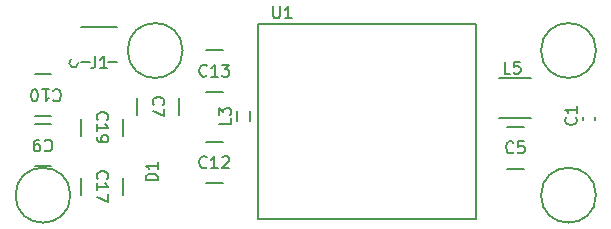
<source format=gto>
G04 #@! TF.GenerationSoftware,KiCad,Pcbnew,7.0.9*
G04 #@! TF.CreationDate,2023-11-27T12:39:36-05:00*
G04 #@! TF.ProjectId,GE_3T_Wantcom_motherboard,47455f33-545f-4576-916e-74636f6d5f6d,0*
G04 #@! TF.SameCoordinates,Original*
G04 #@! TF.FileFunction,Legend,Top*
G04 #@! TF.FilePolarity,Positive*
%FSLAX46Y46*%
G04 Gerber Fmt 4.6, Leading zero omitted, Abs format (unit mm)*
G04 Created by KiCad (PCBNEW 7.0.9) date 2023-11-27 12:39:36*
%MOMM*%
%LPD*%
G01*
G04 APERTURE LIST*
%ADD10C,0.150000*%
G04 APERTURE END LIST*
D10*
X177488095Y-98754819D02*
X177488095Y-99564342D01*
X177488095Y-99564342D02*
X177535714Y-99659580D01*
X177535714Y-99659580D02*
X177583333Y-99707200D01*
X177583333Y-99707200D02*
X177678571Y-99754819D01*
X177678571Y-99754819D02*
X177869047Y-99754819D01*
X177869047Y-99754819D02*
X177964285Y-99707200D01*
X177964285Y-99707200D02*
X178011904Y-99659580D01*
X178011904Y-99659580D02*
X178059523Y-99564342D01*
X178059523Y-99564342D02*
X178059523Y-98754819D01*
X179059523Y-99754819D02*
X178488095Y-99754819D01*
X178773809Y-99754819D02*
X178773809Y-98754819D01*
X178773809Y-98754819D02*
X178678571Y-98897676D01*
X178678571Y-98897676D02*
X178583333Y-98992914D01*
X178583333Y-98992914D02*
X178488095Y-99040533D01*
X173904819Y-108229166D02*
X173904819Y-108705356D01*
X173904819Y-108705356D02*
X172904819Y-108705356D01*
X172904819Y-107991070D02*
X172904819Y-107372023D01*
X172904819Y-107372023D02*
X173285771Y-107705356D01*
X173285771Y-107705356D02*
X173285771Y-107562499D01*
X173285771Y-107562499D02*
X173333390Y-107467261D01*
X173333390Y-107467261D02*
X173381009Y-107419642D01*
X173381009Y-107419642D02*
X173476247Y-107372023D01*
X173476247Y-107372023D02*
X173714342Y-107372023D01*
X173714342Y-107372023D02*
X173809580Y-107419642D01*
X173809580Y-107419642D02*
X173857200Y-107467261D01*
X173857200Y-107467261D02*
X173904819Y-107562499D01*
X173904819Y-107562499D02*
X173904819Y-107848213D01*
X173904819Y-107848213D02*
X173857200Y-107943451D01*
X173857200Y-107943451D02*
X173809580Y-107991070D01*
X158892857Y-105890419D02*
X158940476Y-105842800D01*
X158940476Y-105842800D02*
X159083333Y-105795180D01*
X159083333Y-105795180D02*
X159178571Y-105795180D01*
X159178571Y-105795180D02*
X159321428Y-105842800D01*
X159321428Y-105842800D02*
X159416666Y-105938038D01*
X159416666Y-105938038D02*
X159464285Y-106033276D01*
X159464285Y-106033276D02*
X159511904Y-106223752D01*
X159511904Y-106223752D02*
X159511904Y-106366609D01*
X159511904Y-106366609D02*
X159464285Y-106557085D01*
X159464285Y-106557085D02*
X159416666Y-106652323D01*
X159416666Y-106652323D02*
X159321428Y-106747561D01*
X159321428Y-106747561D02*
X159178571Y-106795180D01*
X159178571Y-106795180D02*
X159083333Y-106795180D01*
X159083333Y-106795180D02*
X158940476Y-106747561D01*
X158940476Y-106747561D02*
X158892857Y-106699942D01*
X157940476Y-105795180D02*
X158511904Y-105795180D01*
X158226190Y-105795180D02*
X158226190Y-106795180D01*
X158226190Y-106795180D02*
X158321428Y-106652323D01*
X158321428Y-106652323D02*
X158416666Y-106557085D01*
X158416666Y-106557085D02*
X158511904Y-106509466D01*
X157321428Y-106795180D02*
X157226190Y-106795180D01*
X157226190Y-106795180D02*
X157130952Y-106747561D01*
X157130952Y-106747561D02*
X157083333Y-106699942D01*
X157083333Y-106699942D02*
X157035714Y-106604704D01*
X157035714Y-106604704D02*
X156988095Y-106414228D01*
X156988095Y-106414228D02*
X156988095Y-106176133D01*
X156988095Y-106176133D02*
X157035714Y-105985657D01*
X157035714Y-105985657D02*
X157083333Y-105890419D01*
X157083333Y-105890419D02*
X157130952Y-105842800D01*
X157130952Y-105842800D02*
X157226190Y-105795180D01*
X157226190Y-105795180D02*
X157321428Y-105795180D01*
X157321428Y-105795180D02*
X157416666Y-105842800D01*
X157416666Y-105842800D02*
X157464285Y-105890419D01*
X157464285Y-105890419D02*
X157511904Y-105985657D01*
X157511904Y-105985657D02*
X157559523Y-106176133D01*
X157559523Y-106176133D02*
X157559523Y-106414228D01*
X157559523Y-106414228D02*
X157511904Y-106604704D01*
X157511904Y-106604704D02*
X157464285Y-106699942D01*
X157464285Y-106699942D02*
X157416666Y-106747561D01*
X157416666Y-106747561D02*
X157321428Y-106795180D01*
X197583333Y-104454819D02*
X197107143Y-104454819D01*
X197107143Y-104454819D02*
X197107143Y-103454819D01*
X198392857Y-103454819D02*
X197916667Y-103454819D01*
X197916667Y-103454819D02*
X197869048Y-103931009D01*
X197869048Y-103931009D02*
X197916667Y-103883390D01*
X197916667Y-103883390D02*
X198011905Y-103835771D01*
X198011905Y-103835771D02*
X198250000Y-103835771D01*
X198250000Y-103835771D02*
X198345238Y-103883390D01*
X198345238Y-103883390D02*
X198392857Y-103931009D01*
X198392857Y-103931009D02*
X198440476Y-104026247D01*
X198440476Y-104026247D02*
X198440476Y-104264342D01*
X198440476Y-104264342D02*
X198392857Y-104359580D01*
X198392857Y-104359580D02*
X198345238Y-104407200D01*
X198345238Y-104407200D02*
X198250000Y-104454819D01*
X198250000Y-104454819D02*
X198011905Y-104454819D01*
X198011905Y-104454819D02*
X197916667Y-104407200D01*
X197916667Y-104407200D02*
X197869048Y-104359580D01*
X162640419Y-108357142D02*
X162592800Y-108309523D01*
X162592800Y-108309523D02*
X162545180Y-108166666D01*
X162545180Y-108166666D02*
X162545180Y-108071428D01*
X162545180Y-108071428D02*
X162592800Y-107928571D01*
X162592800Y-107928571D02*
X162688038Y-107833333D01*
X162688038Y-107833333D02*
X162783276Y-107785714D01*
X162783276Y-107785714D02*
X162973752Y-107738095D01*
X162973752Y-107738095D02*
X163116609Y-107738095D01*
X163116609Y-107738095D02*
X163307085Y-107785714D01*
X163307085Y-107785714D02*
X163402323Y-107833333D01*
X163402323Y-107833333D02*
X163497561Y-107928571D01*
X163497561Y-107928571D02*
X163545180Y-108071428D01*
X163545180Y-108071428D02*
X163545180Y-108166666D01*
X163545180Y-108166666D02*
X163497561Y-108309523D01*
X163497561Y-108309523D02*
X163449942Y-108357142D01*
X162545180Y-109309523D02*
X162545180Y-108738095D01*
X162545180Y-109023809D02*
X163545180Y-109023809D01*
X163545180Y-109023809D02*
X163402323Y-108928571D01*
X163402323Y-108928571D02*
X163307085Y-108833333D01*
X163307085Y-108833333D02*
X163259466Y-108738095D01*
X162545180Y-109785714D02*
X162545180Y-109976190D01*
X162545180Y-109976190D02*
X162592800Y-110071428D01*
X162592800Y-110071428D02*
X162640419Y-110119047D01*
X162640419Y-110119047D02*
X162783276Y-110214285D01*
X162783276Y-110214285D02*
X162973752Y-110261904D01*
X162973752Y-110261904D02*
X163354704Y-110261904D01*
X163354704Y-110261904D02*
X163449942Y-110214285D01*
X163449942Y-110214285D02*
X163497561Y-110166666D01*
X163497561Y-110166666D02*
X163545180Y-110071428D01*
X163545180Y-110071428D02*
X163545180Y-109880952D01*
X163545180Y-109880952D02*
X163497561Y-109785714D01*
X163497561Y-109785714D02*
X163449942Y-109738095D01*
X163449942Y-109738095D02*
X163354704Y-109690476D01*
X163354704Y-109690476D02*
X163116609Y-109690476D01*
X163116609Y-109690476D02*
X163021371Y-109738095D01*
X163021371Y-109738095D02*
X162973752Y-109785714D01*
X162973752Y-109785714D02*
X162926133Y-109880952D01*
X162926133Y-109880952D02*
X162926133Y-110071428D01*
X162926133Y-110071428D02*
X162973752Y-110166666D01*
X162973752Y-110166666D02*
X163021371Y-110214285D01*
X163021371Y-110214285D02*
X163116609Y-110261904D01*
X167704819Y-113488094D02*
X166704819Y-113488094D01*
X166704819Y-113488094D02*
X166704819Y-113249999D01*
X166704819Y-113249999D02*
X166752438Y-113107142D01*
X166752438Y-113107142D02*
X166847676Y-113011904D01*
X166847676Y-113011904D02*
X166942914Y-112964285D01*
X166942914Y-112964285D02*
X167133390Y-112916666D01*
X167133390Y-112916666D02*
X167276247Y-112916666D01*
X167276247Y-112916666D02*
X167466723Y-112964285D01*
X167466723Y-112964285D02*
X167561961Y-113011904D01*
X167561961Y-113011904D02*
X167657200Y-113107142D01*
X167657200Y-113107142D02*
X167704819Y-113249999D01*
X167704819Y-113249999D02*
X167704819Y-113488094D01*
X167704819Y-111964285D02*
X167704819Y-112535713D01*
X167704819Y-112249999D02*
X166704819Y-112249999D01*
X166704819Y-112249999D02*
X166847676Y-112345237D01*
X166847676Y-112345237D02*
X166942914Y-112440475D01*
X166942914Y-112440475D02*
X166990533Y-112535713D01*
X158166666Y-110140419D02*
X158214285Y-110092800D01*
X158214285Y-110092800D02*
X158357142Y-110045180D01*
X158357142Y-110045180D02*
X158452380Y-110045180D01*
X158452380Y-110045180D02*
X158595237Y-110092800D01*
X158595237Y-110092800D02*
X158690475Y-110188038D01*
X158690475Y-110188038D02*
X158738094Y-110283276D01*
X158738094Y-110283276D02*
X158785713Y-110473752D01*
X158785713Y-110473752D02*
X158785713Y-110616609D01*
X158785713Y-110616609D02*
X158738094Y-110807085D01*
X158738094Y-110807085D02*
X158690475Y-110902323D01*
X158690475Y-110902323D02*
X158595237Y-110997561D01*
X158595237Y-110997561D02*
X158452380Y-111045180D01*
X158452380Y-111045180D02*
X158357142Y-111045180D01*
X158357142Y-111045180D02*
X158214285Y-110997561D01*
X158214285Y-110997561D02*
X158166666Y-110949942D01*
X157690475Y-110045180D02*
X157499999Y-110045180D01*
X157499999Y-110045180D02*
X157404761Y-110092800D01*
X157404761Y-110092800D02*
X157357142Y-110140419D01*
X157357142Y-110140419D02*
X157261904Y-110283276D01*
X157261904Y-110283276D02*
X157214285Y-110473752D01*
X157214285Y-110473752D02*
X157214285Y-110854704D01*
X157214285Y-110854704D02*
X157261904Y-110949942D01*
X157261904Y-110949942D02*
X157309523Y-110997561D01*
X157309523Y-110997561D02*
X157404761Y-111045180D01*
X157404761Y-111045180D02*
X157595237Y-111045180D01*
X157595237Y-111045180D02*
X157690475Y-110997561D01*
X157690475Y-110997561D02*
X157738094Y-110949942D01*
X157738094Y-110949942D02*
X157785713Y-110854704D01*
X157785713Y-110854704D02*
X157785713Y-110616609D01*
X157785713Y-110616609D02*
X157738094Y-110521371D01*
X157738094Y-110521371D02*
X157690475Y-110473752D01*
X157690475Y-110473752D02*
X157595237Y-110426133D01*
X157595237Y-110426133D02*
X157404761Y-110426133D01*
X157404761Y-110426133D02*
X157309523Y-110473752D01*
X157309523Y-110473752D02*
X157261904Y-110521371D01*
X157261904Y-110521371D02*
X157214285Y-110616609D01*
X162416666Y-103003218D02*
X162416666Y-103717503D01*
X162416666Y-103717503D02*
X162369047Y-103860360D01*
X162369047Y-103860360D02*
X162273809Y-103955599D01*
X162273809Y-103955599D02*
X162130952Y-104003218D01*
X162130952Y-104003218D02*
X162035714Y-104003218D01*
X163416666Y-104003218D02*
X162845238Y-104003218D01*
X163130952Y-104003218D02*
X163130952Y-103003218D01*
X163130952Y-103003218D02*
X163035714Y-103146075D01*
X163035714Y-103146075D02*
X162940476Y-103241313D01*
X162940476Y-103241313D02*
X162845238Y-103288932D01*
X197833333Y-111099580D02*
X197785714Y-111147200D01*
X197785714Y-111147200D02*
X197642857Y-111194819D01*
X197642857Y-111194819D02*
X197547619Y-111194819D01*
X197547619Y-111194819D02*
X197404762Y-111147200D01*
X197404762Y-111147200D02*
X197309524Y-111051961D01*
X197309524Y-111051961D02*
X197261905Y-110956723D01*
X197261905Y-110956723D02*
X197214286Y-110766247D01*
X197214286Y-110766247D02*
X197214286Y-110623390D01*
X197214286Y-110623390D02*
X197261905Y-110432914D01*
X197261905Y-110432914D02*
X197309524Y-110337676D01*
X197309524Y-110337676D02*
X197404762Y-110242438D01*
X197404762Y-110242438D02*
X197547619Y-110194819D01*
X197547619Y-110194819D02*
X197642857Y-110194819D01*
X197642857Y-110194819D02*
X197785714Y-110242438D01*
X197785714Y-110242438D02*
X197833333Y-110290057D01*
X198738095Y-110194819D02*
X198261905Y-110194819D01*
X198261905Y-110194819D02*
X198214286Y-110671009D01*
X198214286Y-110671009D02*
X198261905Y-110623390D01*
X198261905Y-110623390D02*
X198357143Y-110575771D01*
X198357143Y-110575771D02*
X198595238Y-110575771D01*
X198595238Y-110575771D02*
X198690476Y-110623390D01*
X198690476Y-110623390D02*
X198738095Y-110671009D01*
X198738095Y-110671009D02*
X198785714Y-110766247D01*
X198785714Y-110766247D02*
X198785714Y-111004342D01*
X198785714Y-111004342D02*
X198738095Y-111099580D01*
X198738095Y-111099580D02*
X198690476Y-111147200D01*
X198690476Y-111147200D02*
X198595238Y-111194819D01*
X198595238Y-111194819D02*
X198357143Y-111194819D01*
X198357143Y-111194819D02*
X198261905Y-111147200D01*
X198261905Y-111147200D02*
X198214286Y-111099580D01*
X171857142Y-112359580D02*
X171809523Y-112407200D01*
X171809523Y-112407200D02*
X171666666Y-112454819D01*
X171666666Y-112454819D02*
X171571428Y-112454819D01*
X171571428Y-112454819D02*
X171428571Y-112407200D01*
X171428571Y-112407200D02*
X171333333Y-112311961D01*
X171333333Y-112311961D02*
X171285714Y-112216723D01*
X171285714Y-112216723D02*
X171238095Y-112026247D01*
X171238095Y-112026247D02*
X171238095Y-111883390D01*
X171238095Y-111883390D02*
X171285714Y-111692914D01*
X171285714Y-111692914D02*
X171333333Y-111597676D01*
X171333333Y-111597676D02*
X171428571Y-111502438D01*
X171428571Y-111502438D02*
X171571428Y-111454819D01*
X171571428Y-111454819D02*
X171666666Y-111454819D01*
X171666666Y-111454819D02*
X171809523Y-111502438D01*
X171809523Y-111502438D02*
X171857142Y-111550057D01*
X172809523Y-112454819D02*
X172238095Y-112454819D01*
X172523809Y-112454819D02*
X172523809Y-111454819D01*
X172523809Y-111454819D02*
X172428571Y-111597676D01*
X172428571Y-111597676D02*
X172333333Y-111692914D01*
X172333333Y-111692914D02*
X172238095Y-111740533D01*
X173190476Y-111550057D02*
X173238095Y-111502438D01*
X173238095Y-111502438D02*
X173333333Y-111454819D01*
X173333333Y-111454819D02*
X173571428Y-111454819D01*
X173571428Y-111454819D02*
X173666666Y-111502438D01*
X173666666Y-111502438D02*
X173714285Y-111550057D01*
X173714285Y-111550057D02*
X173761904Y-111645295D01*
X173761904Y-111645295D02*
X173761904Y-111740533D01*
X173761904Y-111740533D02*
X173714285Y-111883390D01*
X173714285Y-111883390D02*
X173142857Y-112454819D01*
X173142857Y-112454819D02*
X173761904Y-112454819D01*
X167390419Y-107083333D02*
X167342800Y-107035714D01*
X167342800Y-107035714D02*
X167295180Y-106892857D01*
X167295180Y-106892857D02*
X167295180Y-106797619D01*
X167295180Y-106797619D02*
X167342800Y-106654762D01*
X167342800Y-106654762D02*
X167438038Y-106559524D01*
X167438038Y-106559524D02*
X167533276Y-106511905D01*
X167533276Y-106511905D02*
X167723752Y-106464286D01*
X167723752Y-106464286D02*
X167866609Y-106464286D01*
X167866609Y-106464286D02*
X168057085Y-106511905D01*
X168057085Y-106511905D02*
X168152323Y-106559524D01*
X168152323Y-106559524D02*
X168247561Y-106654762D01*
X168247561Y-106654762D02*
X168295180Y-106797619D01*
X168295180Y-106797619D02*
X168295180Y-106892857D01*
X168295180Y-106892857D02*
X168247561Y-107035714D01*
X168247561Y-107035714D02*
X168199942Y-107083333D01*
X168295180Y-107416667D02*
X168295180Y-108083333D01*
X168295180Y-108083333D02*
X167295180Y-107654762D01*
X203109580Y-108166666D02*
X203157200Y-108214285D01*
X203157200Y-108214285D02*
X203204819Y-108357142D01*
X203204819Y-108357142D02*
X203204819Y-108452380D01*
X203204819Y-108452380D02*
X203157200Y-108595237D01*
X203157200Y-108595237D02*
X203061961Y-108690475D01*
X203061961Y-108690475D02*
X202966723Y-108738094D01*
X202966723Y-108738094D02*
X202776247Y-108785713D01*
X202776247Y-108785713D02*
X202633390Y-108785713D01*
X202633390Y-108785713D02*
X202442914Y-108738094D01*
X202442914Y-108738094D02*
X202347676Y-108690475D01*
X202347676Y-108690475D02*
X202252438Y-108595237D01*
X202252438Y-108595237D02*
X202204819Y-108452380D01*
X202204819Y-108452380D02*
X202204819Y-108357142D01*
X202204819Y-108357142D02*
X202252438Y-108214285D01*
X202252438Y-108214285D02*
X202300057Y-108166666D01*
X203204819Y-107214285D02*
X203204819Y-107785713D01*
X203204819Y-107499999D02*
X202204819Y-107499999D01*
X202204819Y-107499999D02*
X202347676Y-107595237D01*
X202347676Y-107595237D02*
X202442914Y-107690475D01*
X202442914Y-107690475D02*
X202490533Y-107785713D01*
X162640419Y-113357142D02*
X162592800Y-113309523D01*
X162592800Y-113309523D02*
X162545180Y-113166666D01*
X162545180Y-113166666D02*
X162545180Y-113071428D01*
X162545180Y-113071428D02*
X162592800Y-112928571D01*
X162592800Y-112928571D02*
X162688038Y-112833333D01*
X162688038Y-112833333D02*
X162783276Y-112785714D01*
X162783276Y-112785714D02*
X162973752Y-112738095D01*
X162973752Y-112738095D02*
X163116609Y-112738095D01*
X163116609Y-112738095D02*
X163307085Y-112785714D01*
X163307085Y-112785714D02*
X163402323Y-112833333D01*
X163402323Y-112833333D02*
X163497561Y-112928571D01*
X163497561Y-112928571D02*
X163545180Y-113071428D01*
X163545180Y-113071428D02*
X163545180Y-113166666D01*
X163545180Y-113166666D02*
X163497561Y-113309523D01*
X163497561Y-113309523D02*
X163449942Y-113357142D01*
X162545180Y-114309523D02*
X162545180Y-113738095D01*
X162545180Y-114023809D02*
X163545180Y-114023809D01*
X163545180Y-114023809D02*
X163402323Y-113928571D01*
X163402323Y-113928571D02*
X163307085Y-113833333D01*
X163307085Y-113833333D02*
X163259466Y-113738095D01*
X163545180Y-114642857D02*
X163545180Y-115309523D01*
X163545180Y-115309523D02*
X162545180Y-114880952D01*
X171868442Y-104609580D02*
X171820823Y-104657200D01*
X171820823Y-104657200D02*
X171677966Y-104704819D01*
X171677966Y-104704819D02*
X171582728Y-104704819D01*
X171582728Y-104704819D02*
X171439871Y-104657200D01*
X171439871Y-104657200D02*
X171344633Y-104561961D01*
X171344633Y-104561961D02*
X171297014Y-104466723D01*
X171297014Y-104466723D02*
X171249395Y-104276247D01*
X171249395Y-104276247D02*
X171249395Y-104133390D01*
X171249395Y-104133390D02*
X171297014Y-103942914D01*
X171297014Y-103942914D02*
X171344633Y-103847676D01*
X171344633Y-103847676D02*
X171439871Y-103752438D01*
X171439871Y-103752438D02*
X171582728Y-103704819D01*
X171582728Y-103704819D02*
X171677966Y-103704819D01*
X171677966Y-103704819D02*
X171820823Y-103752438D01*
X171820823Y-103752438D02*
X171868442Y-103800057D01*
X172820823Y-104704819D02*
X172249395Y-104704819D01*
X172535109Y-104704819D02*
X172535109Y-103704819D01*
X172535109Y-103704819D02*
X172439871Y-103847676D01*
X172439871Y-103847676D02*
X172344633Y-103942914D01*
X172344633Y-103942914D02*
X172249395Y-103990533D01*
X173154157Y-103704819D02*
X173773204Y-103704819D01*
X173773204Y-103704819D02*
X173439871Y-104085771D01*
X173439871Y-104085771D02*
X173582728Y-104085771D01*
X173582728Y-104085771D02*
X173677966Y-104133390D01*
X173677966Y-104133390D02*
X173725585Y-104181009D01*
X173725585Y-104181009D02*
X173773204Y-104276247D01*
X173773204Y-104276247D02*
X173773204Y-104514342D01*
X173773204Y-104514342D02*
X173725585Y-104609580D01*
X173725585Y-104609580D02*
X173677966Y-104657200D01*
X173677966Y-104657200D02*
X173582728Y-104704819D01*
X173582728Y-104704819D02*
X173297014Y-104704819D01*
X173297014Y-104704819D02*
X173201776Y-104657200D01*
X173201776Y-104657200D02*
X173154157Y-104609580D01*
X160324100Y-114750000D02*
G75*
G03*
X160324100Y-114750000I-2324100J0D01*
G01*
X169824100Y-102500000D02*
G75*
G03*
X169824100Y-102500000I-2324100J0D01*
G01*
X204824100Y-102500000D02*
G75*
G03*
X204824100Y-102500000I-2324100J0D01*
G01*
X204824100Y-114750000D02*
G75*
G03*
X204824100Y-114750000I-2324100J0D01*
G01*
X176240000Y-100240000D02*
X194660000Y-100240000D01*
X176240000Y-116760000D02*
X176240000Y-100240000D01*
X194660000Y-100240000D02*
X194660000Y-116760000D01*
X194660000Y-116760000D02*
X176240000Y-116760000D01*
X174440000Y-108462122D02*
X174440000Y-107662878D01*
X175560000Y-108462122D02*
X175560000Y-107662878D01*
X158708450Y-104497400D02*
X157291550Y-104497400D01*
X157291550Y-108002600D02*
X158708450Y-108002600D01*
X199366252Y-108210000D02*
X196593748Y-108210000D01*
X199366252Y-104790000D02*
X196593748Y-104790000D01*
X161247400Y-108291550D02*
X161247400Y-109708450D01*
X164752600Y-109708450D02*
X164752600Y-108291550D01*
X158708450Y-108747400D02*
X157291550Y-108747400D01*
X157291550Y-112252600D02*
X158708450Y-112252600D01*
X161251400Y-103498600D02*
X161998160Y-103498600D01*
X163501840Y-103498600D02*
X164248600Y-103498600D01*
X164248600Y-100501400D02*
X161251400Y-100501400D01*
X160355825Y-103270440D02*
G75*
G03*
X160997400Y-103548399I260575J-277960D01*
G01*
X197291550Y-112492600D02*
X198708450Y-112492600D01*
X198708450Y-108987400D02*
X197291550Y-108987400D01*
X171791550Y-113752600D02*
X173208450Y-113752600D01*
X173208450Y-110247400D02*
X171791550Y-110247400D01*
X165997400Y-106541550D02*
X165997400Y-107958450D01*
X169502600Y-107958450D02*
X169502600Y-106541550D01*
X204760000Y-108109420D02*
X204760000Y-108390580D01*
X203740000Y-108109420D02*
X203740000Y-108390580D01*
X161247400Y-113291550D02*
X161247400Y-114708450D01*
X164752600Y-114708450D02*
X164752600Y-113291550D01*
X171802850Y-106002600D02*
X173219750Y-106002600D01*
X173219750Y-102497400D02*
X171802850Y-102497400D01*
M02*

</source>
